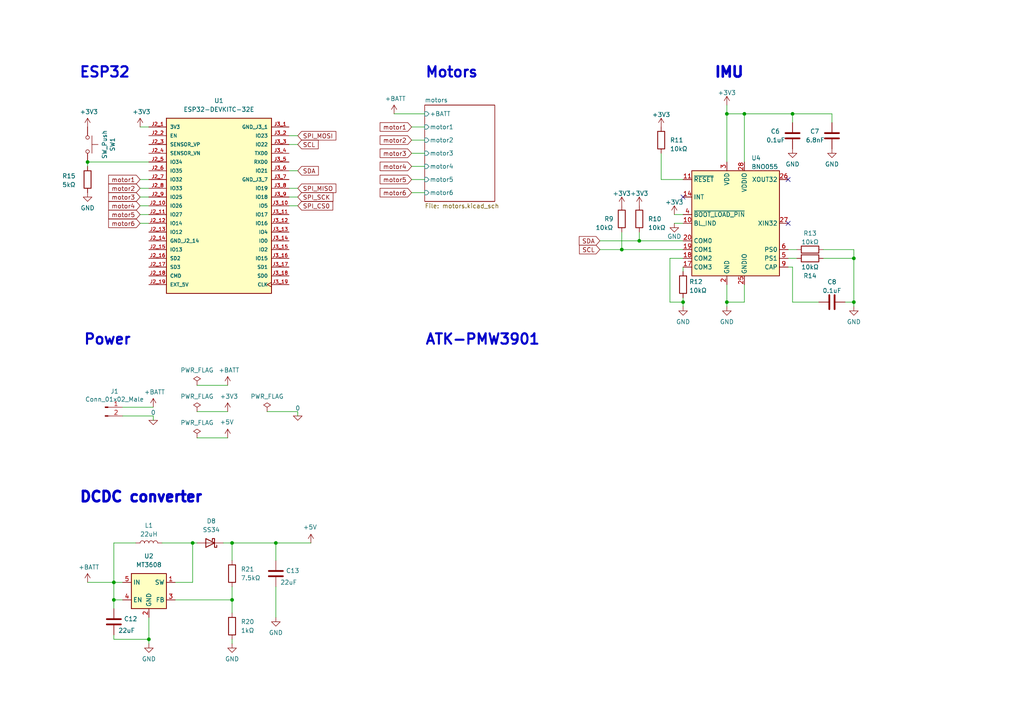
<source format=kicad_sch>
(kicad_sch (version 20231120) (generator "eeschema") (generator_version "8.0")
  (paper "A4")
  (lib_symbols
    (symbol "Device:C" (pin_numbers hide) (pin_names (offset 0.254))
      (property "Reference" "C" (at 0.635 2.54 0))
      (property "Value" "C" (at 0.635 -2.54 0))
      (symbol "C_0_1"
        (polyline (pts (xy -2.032 -0.762) (xy 2.032 -0.762)) (stroke (width 0.508)))
        (polyline (pts (xy -2.032 0.762) (xy 2.032 0.762)) (stroke (width 0.508)))
      )
      (symbol "C_1_1"
        (pin passive line (at 0 3.81 270) (length 2.794) (name "~") (number "1"))
        (pin passive line (at 0 -3.81 90) (length 2.794) (name "~") (number "2"))
      )
    )
    (symbol "Device:D_Schottky" (pin_numbers hide) (pin_names (offset 1.016) hide)
      (property "Reference" "D" (at 0 2.54 0))
      (property "Value" "D_Schottky" (at 0 -2.54 0))
      (symbol "D_Schottky_0_1"
        (polyline (pts (xy 1.27 0) (xy -1.27 0)))
        (polyline (pts (xy 1.27 1.27) (xy 1.27 -1.27) (xy -1.27 0) (xy 1.27 1.27)) (stroke (width 0.254)))
        (polyline (pts (xy -1.905 0.635) (xy -1.905 1.27) (xy -1.27 1.27) (xy -1.27 -1.27) (xy -0.635 -1.27) (xy -0.635 -0.635)) (stroke (width 0.254)))
      )
      (symbol "D_Schottky_1_1"
        (pin passive line (at -3.81 0 0) (length 2.54) (name "K") (number "1"))
        (pin passive line (at 3.81 0 180) (length 2.54) (name "A") (number "2"))
      )
    )
    (symbol "Device:L" (pin_numbers hide) (pin_names (offset 1.016) hide)
      (property "Reference" "L" (at -1.27 0 90))
      (property "Value" "L" (at 1.905 0 90))
      (symbol "L_0_1"
        (arc (start 0 -2.54) (mid 0.6323 -1.905) (end 0 -1.27))
        (arc (start 0 -1.27) (mid 0.6323 -0.635) (end 0 0))
        (arc (start 0 0) (mid 0.6323 0.635) (end 0 1.27))
        (arc (start 0 1.27) (mid 0.6323 1.905) (end 0 2.54))
      )
      (symbol "L_1_1"
        (pin passive line (at 0 3.81 270) (length 1.27) (name "1") (number "1"))
        (pin passive line (at 0 -3.81 90) (length 1.27) (name "2") (number "2"))
      )
    )
    (symbol "Device:R" (pin_numbers hide) (pin_names (offset 0))
      (property "Reference" "R" (at 2.032 0 90))
      (property "Value" "R" (at 0 0 90))
      (symbol "R_0_1"
        (rectangle (start -1.016 -2.54) (end 1.016 2.54) (stroke (width 0.254)))
      )
      (symbol "R_1_1"
        (pin passive line (at 0 3.81 270) (length 1.27) (name "~") (number "1"))
        (pin passive line (at 0 -3.81 90) (length 1.27) (name "~") (number "2"))
      )
    )
    (symbol "ESP32-DEVKITC-32E:ESP32-DEVKITC-32E" (pin_names (offset 1.016))
      (property "Reference" "U" (at -15.24 26.162 0))
      (property "Value" "ESP32-DEVKITC-32E" (at -15.24 -27.94 0))
      (symbol "ESP32-DEVKITC-32E_0_0"
        (rectangle (start -15.24 -25.4) (end 15.24 25.4) (stroke (width 0.254)) (fill (type background)))
        (pin power_in line (at -20.32 22.86 0) (length 5.08) (name "3V3") (number "J2_1"))
        (pin bidirectional line (at -20.32 0 0) (length 5.08) (name "IO26") (number "J2_10"))
        (pin bidirectional line (at -20.32 -2.54 0) (length 5.08) (name "IO27") (number "J2_11"))
        (pin bidirectional line (at -20.32 -5.08 0) (length 5.08) (name "IO14") (number "J2_12"))
        (pin bidirectional line (at -20.32 -7.62 0) (length 5.08) (name "IO12") (number "J2_13"))
        (pin power_in line (at -20.32 -10.16 0) (length 5.08) (name "GND_J2_14") (number "J2_14"))
        (pin bidirectional line (at -20.32 -12.7 0) (length 5.08) (name "IO13") (number "J2_15"))
        (pin bidirectional line (at -20.32 -15.24 0) (length 5.08) (name "SD2") (number "J2_16"))
        (pin bidirectional line (at -20.32 -17.78 0) (length 5.08) (name "SD3") (number "J2_17"))
        (pin bidirectional line (at -20.32 -20.32 0) (length 5.08) (name "CMD") (number "J2_18"))
        (pin power_in line (at -20.32 -22.86 0) (length 5.08) (name "EXT_5V") (number "J2_19"))
        (pin input line (at -20.32 20.32 0) (length 5.08) (name "EN") (number "J2_2"))
        (pin bidirectional line (at -20.32 17.78 0) (length 5.08) (name "SENSOR_VP") (number "J2_3"))
        (pin bidirectional line (at -20.32 15.24 0) (length 5.08) (name "SENSOR_VN") (number "J2_4"))
        (pin bidirectional line (at -20.32 12.7 0) (length 5.08) (name "IO34") (number "J2_5"))
        (pin bidirectional line (at -20.32 10.16 0) (length 5.08) (name "IO35") (number "J2_6"))
        (pin bidirectional line (at -20.32 7.62 0) (length 5.08) (name "IO32") (number "J2_7"))
        (pin bidirectional line (at -20.32 5.08 0) (length 5.08) (name "IO33") (number "J2_8"))
        (pin bidirectional line (at -20.32 2.54 0) (length 5.08) (name "IO25") (number "J2_9"))
        (pin power_in line (at 20.32 22.86 180) (length 5.08) (name "GND_J3_1") (number "J3_1"))
        (pin bidirectional line (at 20.32 0 180) (length 5.08) (name "IO5") (number "J3_10"))
        (pin bidirectional line (at 20.32 -2.54 180) (length 5.08) (name "IO17") (number "J3_11"))
        (pin bidirectional line (at 20.32 -5.08 180) (length 5.08) (name "IO16") (number "J3_12"))
        (pin bidirectional line (at 20.32 -7.62 180) (length 5.08) (name "IO4") (number "J3_13"))
        (pin bidirectional line (at 20.32 -10.16 180) (length 5.08) (name "IO0") (number "J3_14"))
        (pin bidirectional line (at 20.32 -12.7 180) (length 5.08) (name "IO2") (number "J3_15"))
        (pin bidirectional line (at 20.32 -15.24 180) (length 5.08) (name "IO15") (number "J3_16"))
        (pin bidirectional line (at 20.32 -17.78 180) (length 5.08) (name "SD1") (number "J3_17"))
        (pin bidirectional line (at 20.32 -20.32 180) (length 5.08) (name "SD0") (number "J3_18"))
        (pin bidirectional clock (at 20.32 -22.86 180) (length 5.08) (name "CLK") (number "J3_19"))
        (pin bidirectional line (at 20.32 20.32 180) (length 5.08) (name "IO23") (number "J3_2"))
        (pin bidirectional line (at 20.32 17.78 180) (length 5.08) (name "IO22") (number "J3_3"))
        (pin bidirectional line (at 20.32 15.24 180) (length 5.08) (name "TXD0") (number "J3_4"))
        (pin bidirectional line (at 20.32 12.7 180) (length 5.08) (name "RXD0") (number "J3_5"))
        (pin bidirectional line (at 20.32 10.16 180) (length 5.08) (name "IO21") (number "J3_6"))
        (pin power_in line (at 20.32 7.62 180) (length 5.08) (name "GND_J3_7") (number "J3_7"))
        (pin bidirectional line (at 20.32 5.08 180) (length 5.08) (name "IO19") (number "J3_8"))
        (pin bidirectional line (at 20.32 2.54 180) (length 5.08) (name "IO18") (number "J3_9"))
      )
    )
    (symbol "Regulator_Switching:MT3608"
      (property "Reference" "U" (at -2.54 8.89 0))
      (property "Value" "MT3608" (at -3.81 6.35 0))
      (symbol "MT3608_0_1"
        (rectangle (start -5.08 5.08) (end 5.08 -5.08) (stroke (width 0.254)) (fill (type background)))
      )
      (symbol "MT3608_1_1"
        (pin passive line (at 7.62 2.54 180) (length 2.54) (name "SW") (number "1"))
        (pin power_in line (at 0 -7.62 90) (length 2.54) (name "GND") (number "2"))
        (pin input line (at 7.62 -2.54 180) (length 2.54) (name "FB") (number "3"))
        (pin input line (at -7.62 -2.54 0) (length 2.54) (name "EN") (number "4"))
        (pin power_in line (at -7.62 2.54 0) (length 2.54) (name "IN") (number "5"))
        (pin no_connect line (at 5.08 0 180) (length 2.54) hide (name "NC") (number "6"))
      )
    )
    (symbol "Sensor_Motion:BNO055"
      (property "Reference" "U" (at -11.43 16.51 0))
      (property "Value" "BNO055" (at 12.7 16.51 0))
      (symbol "BNO055_0_1"
        (rectangle (start -12.7 15.24) (end 12.7 -15.24) (stroke (width 0.254)) (fill (type background)))
      )
      (symbol "BNO055_1_1"
        (pin no_connect line (at -12.7 10.16 0) (length 2.54) hide (name "PIN1") (number "1"))
        (pin output line (at -15.24 0 0) (length 2.54) (name "BL_IND") (number "10"))
        (pin input line (at -15.24 12.7 0) (length 2.54) (name "~{RESET}") (number "11"))
        (pin no_connect line (at 12.7 10.16 180) (length 2.54) hide (name "PIN12") (number "12"))
        (pin no_connect line (at 12.7 7.62 180) (length 2.54) hide (name "PIN13") (number "13"))
        (pin output line (at -15.24 7.62 0) (length 2.54) (name "INT") (number "14"))
        (pin passive line (at 2.54 -17.78 90) (length 2.54) hide (name "GNDIO") (number "15"))
        (pin passive line (at 2.54 -17.78 90) (length 2.54) hide (name "GNDIO") (number "16"))
        (pin input line (at -15.24 -12.7 0) (length 2.54) (name "COM3") (number "17"))
        (pin bidirectional line (at -15.24 -10.16 0) (length 2.54) (name "COM2") (number "18"))
        (pin bidirectional line (at -15.24 -7.62 0) (length 2.54) (name "COM1") (number "19"))
        (pin power_in line (at -2.54 -17.78 90) (length 2.54) (name "GND") (number "2"))
        (pin bidirectional line (at -15.24 -5.08 0) (length 2.54) (name "COM0") (number "20"))
        (pin no_connect line (at 12.7 5.08 180) (length 2.54) hide (name "PIN21") (number "21"))
        (pin no_connect line (at 12.7 2.54 180) (length 2.54) hide (name "PIN22") (number "22"))
        (pin no_connect line (at 12.7 -2.54 180) (length 2.54) hide (name "PIN23") (number "23"))
        (pin no_connect line (at 12.7 -5.08 180) (length 2.54) hide (name "PIN24") (number "24"))
        (pin power_in line (at 2.54 -17.78 90) (length 2.54) (name "GNDIO") (number "25"))
        (pin output line (at 15.24 12.7 180) (length 2.54) (name "XOUT32") (number "26"))
        (pin input line (at 15.24 0 180) (length 2.54) (name "XIN32") (number "27"))
        (pin power_in line (at 2.54 17.78 270) (length 2.54) (name "VDDIO") (number "28"))
        (pin power_in line (at -2.54 17.78 270) (length 2.54) (name "VDD") (number "3"))
        (pin input line (at -15.24 2.54 0) (length 2.54) (name "~{BOOT_LOAD_PIN}") (number "4"))
        (pin input line (at 15.24 -10.16 180) (length 2.54) (name "PS1") (number "5"))
        (pin input line (at 15.24 -7.62 180) (length 2.54) (name "PS0") (number "6"))
        (pin no_connect line (at -12.7 5.08 0) (length 2.54) hide (name "PIN7") (number "7"))
        (pin no_connect line (at -12.7 -2.54 0) (length 2.54) hide (name "PIN8") (number "8"))
        (pin passive line (at 15.24 -12.7 180) (length 2.54) (name "CAP") (number "9"))
      )
    )
    (symbol "Switch:SW_Push" (pin_numbers hide) (pin_names (offset 1.016) hide)
      (property "Reference" "SW" (at 1.27 2.54 0))
      (property "Value" "SW_Push" (at 0 -1.524 0))
      (symbol "SW_Push_0_1"
        (circle (center -2.032 0) (radius 0.508))
        (polyline (pts (xy 0 1.27) (xy 0 3.048)))
        (polyline (pts (xy 2.54 1.27) (xy -2.54 1.27)))
        (circle (center 2.032 0) (radius 0.508))
        (pin passive line (at -5.08 0 0) (length 2.54) (name "1") (number "1"))
        (pin passive line (at 5.08 0 180) (length 2.54) (name "2") (number "2"))
      )
    )
    (symbol "flightcontroller-rescue:+3V3-power" (power) (pin_names (offset 0))
      (property "Value" "power_+3V3" (at 0 3.556 0))
      (symbol "+3V3-power_0_1"
        (polyline (pts (xy -0.762 1.27) (xy 0 2.54)))
        (polyline (pts (xy 0 0) (xy 0 2.54)))
        (polyline (pts (xy 0 2.54) (xy 0.762 1.27)))
      )
      (symbol "+3V3-power_1_1"
        (pin power_in line (at 0 0 90) (length 0) hide (name "+3V3") (number "1"))
      )
    )
    (symbol "flightcontroller-rescue:+BATT-power" (power) (pin_names (offset 0))
      (property "Value" "power_+BATT" (at 0 3.556 0))
      (symbol "+BATT-power_0_1"
        (polyline (pts (xy -0.762 1.27) (xy 0 2.54)))
        (polyline (pts (xy 0 0) (xy 0 2.54)))
        (polyline (pts (xy 0 2.54) (xy 0.762 1.27)))
      )
      (symbol "+BATT-power_1_1"
        (pin power_in line (at 0 0 90) (length 0) hide (name "+BATT") (number "1"))
      )
    )
    (symbol "flightcontroller-rescue:0-pspice" (power) (pin_names (offset 0))
      (property "Value" "pspice_0" (at 0 -1.778 0))
      (symbol "0-pspice_0_1"
        (polyline (pts (xy -1.27 0) (xy 0 -1.27) (xy 1.27 0) (xy -1.27 0)))
      )
      (symbol "0-pspice_1_1"
        (pin power_in line (at 0 0 0) (length 0) hide (name "0") (number "1"))
      )
    )
    (symbol "flightcontroller-rescue:Conn_01x02_Male-Connector" (pin_names (offset 1.016) hide)
      (property "Reference" "J" (at 0 2.54 0))
      (property "Value" "Connector_Conn_01x02_Male" (at 0 -5.08 0))
      (symbol "Conn_01x02_Male-Connector_1_1"
        (polyline (pts (xy 1.27 -2.54) (xy 0.8636 -2.54)) (stroke (width 0.1524)))
        (polyline (pts (xy 1.27 0) (xy 0.8636 0)) (stroke (width 0.1524)))
        (rectangle (start 0.8636 -2.413) (end 0 -2.667) (stroke (width 0.1524)) (fill (type outline)))
        (rectangle (start 0.8636 0.127) (end 0 -0.127) (stroke (width 0.1524)) (fill (type outline)))
        (pin passive line (at 5.08 0 180) (length 3.81) (name "Pin_1") (number "1"))
        (pin passive line (at 5.08 -2.54 180) (length 3.81) (name "Pin_2") (number "2"))
      )
    )
    (symbol "flightcontroller-rescue:PWR_FLAG-power" (power) (pin_numbers hide) (pin_names (offset 0) hide)
      (property "Value" "power_PWR_FLAG" (at 0 3.81 0))
      (symbol "PWR_FLAG-power_0_0"
        (pin power_out line (at 0 0 90) (length 0) (name "pwr") (number "1"))
      )
      (symbol "PWR_FLAG-power_0_1"
        (polyline (pts (xy 0 0) (xy 0 1.27) (xy -1.016 1.905) (xy 0 2.54) (xy 1.016 1.905) (xy 0 1.27)))
      )
    )
    (symbol "power:+3V3" (power) (pin_names (offset 0))
      (property "Value" "+3V3" (at 0 3.556 0))
      (symbol "+3V3_0_1"
        (polyline (pts (xy -0.762 1.27) (xy 0 2.54)))
        (polyline (pts (xy 0 0) (xy 0 2.54)))
        (polyline (pts (xy 0 2.54) (xy 0.762 1.27)))
      )
      (symbol "+3V3_1_1"
        (pin power_in line (at 0 0 90) (length 0) hide (name "+3V3") (number "1"))
      )
    )
    (symbol "power:+5V" (power) (pin_numbers hide) (pin_names (offset 0) hide)
      (property "Value" "+5V" (at 0 3.556 0))
      (symbol "+5V_0_1"
        (polyline (pts (xy -0.762 1.27) (xy 0 2.54)))
        (polyline (pts (xy 0 0) (xy 0 2.54)))
        (polyline (pts (xy 0 2.54) (xy 0.762 1.27)))
      )
      (symbol "+5V_1_1"
        (pin power_in line (at 0 0 90) (length 0) (name "~") (number "1"))
      )
    )
    (symbol "power:GND" (power) (pin_names (offset 0))
      (property "Value" "GND" (at 0 -3.81 0))
      (symbol "GND_0_1"
        (polyline (pts (xy 0 0) (xy 0 -1.27) (xy 1.27 -1.27) (xy 0 -2.54) (xy -1.27 -1.27) (xy 0 -1.27)))
      )
      (symbol "GND_1_1"
        (pin power_in line (at 0 0 270) (length 0) hide (name "GND") (number "1"))
      )
    )
  )
  (junction (at 210.82 87.63))
  (junction (at 198.12 87.63))
  (junction (at 67.31 173.99))
  (junction (at 210.82 33.02))
  (junction (at 185.42 69.85))
  (junction (at 229.87 33.02))
  (junction (at 180.34 72.39))
  (junction (at 215.9 33.02))
  (junction (at 25.4 46.99))
  (junction (at 33.02 173.99))
  (junction (at 67.31 157.48))
  (junction (at 43.18 185.42))
  (junction (at 247.65 74.93))
  (junction (at 33.02 168.91))
  (junction (at 55.88 157.48))
  (junction (at 80.01 157.48))
  (junction (at 247.65 87.63))
  (no_connect (at 228.6 52.07))
  (no_connect (at 228.6 64.77))
  (no_connect (at 198.12 57.15))
  (wire (pts (xy 229.87 33.02) (xy 241.3 33.02)))
  (wire (pts (xy 33.02 173.99) (xy 33.02 168.91)))
  (wire (pts (xy 40.64 64.77) (xy 43.18 64.77)))
  (wire (pts (xy 40.64 59.69) (xy 43.18 59.69)))
  (wire (pts (xy 40.64 52.07) (xy 43.18 52.07)))
  (wire (pts (xy 210.82 82.55) (xy 210.82 87.63)))
  (wire (pts (xy 215.9 82.55) (xy 215.9 87.63)))
  (wire (pts (xy 198.12 78.74) (xy 198.12 77.47)))
  (wire (pts (xy 228.6 72.39) (xy 231.14 72.39)))
  (wire (pts (xy 33.02 185.42) (xy 43.18 185.42)))
  (wire (pts (xy 57.15 157.48) (xy 55.88 157.48)))
  (wire (pts (xy 80.01 157.48) (xy 67.31 157.48)))
  (wire (pts (xy 198.12 86.36) (xy 198.12 87.63)))
  (wire (pts (xy 198.12 52.07) (xy 191.77 52.07)))
  (wire (pts (xy 55.88 168.91) (xy 55.88 157.48)))
  (wire (pts (xy 35.56 120.65) (xy 44.45 120.65)))
  (wire (pts (xy 25.4 168.91) (xy 33.02 168.91)))
  (wire (pts (xy 39.37 157.48) (xy 33.02 157.48)))
  (wire (pts (xy 67.31 157.48) (xy 67.31 162.56)))
  (wire (pts (xy 86.36 39.37) (xy 83.82 39.37)))
  (wire (pts (xy 55.88 157.48) (xy 46.99 157.48)))
  (wire (pts (xy 33.02 157.48) (xy 33.02 168.91)))
  (wire (pts (xy 35.56 173.99) (xy 33.02 173.99)))
  (wire (pts (xy 215.9 33.02) (xy 210.82 33.02)))
  (wire (pts (xy 119.38 48.26) (xy 123.19 48.26)))
  (wire (pts (xy 35.56 118.11) (xy 44.45 118.11)))
  (wire (pts (xy 40.64 62.23) (xy 43.18 62.23)))
  (wire (pts (xy 195.58 62.23) (xy 198.12 62.23)))
  (wire (pts (xy 80.01 179.07) (xy 80.01 170.18)))
  (wire (pts (xy 247.65 74.93) (xy 247.65 72.39)))
  (wire (pts (xy 67.31 186.69) (xy 67.31 185.42)))
  (wire (pts (xy 228.6 77.47) (xy 229.87 77.47)))
  (wire (pts (xy 43.18 186.69) (xy 43.18 185.42)))
  (wire (pts (xy 90.17 157.48) (xy 80.01 157.48)))
  (wire (pts (xy 119.38 40.64) (xy 123.19 40.64)))
  (wire (pts (xy 64.77 157.48) (xy 67.31 157.48)))
  (wire (pts (xy 229.87 77.47) (xy 229.87 87.63)))
  (wire (pts (xy 241.3 35.56) (xy 241.3 33.02)))
  (wire (pts (xy 33.02 184.15) (xy 33.02 185.42)))
  (wire (pts (xy 195.58 64.77) (xy 198.12 64.77)))
  (wire (pts (xy 86.36 119.38) (xy 86.36 120.65)))
  (wire (pts (xy 50.8 168.91) (xy 55.88 168.91)))
  (wire (pts (xy 25.4 48.26) (xy 25.4 46.99)))
  (wire (pts (xy 119.38 36.83) (xy 123.19 36.83)))
  (wire (pts (xy 194.31 87.63) (xy 198.12 87.63)))
  (wire (pts (xy 57.15 111.76) (xy 66.04 111.76)))
  (wire (pts (xy 44.45 120.65) (xy 44.45 121.92)))
  (wire (pts (xy 173.99 69.85) (xy 185.42 69.85)))
  (wire (pts (xy 247.65 88.9) (xy 247.65 87.63)))
  (wire (pts (xy 185.42 69.85) (xy 198.12 69.85)))
  (wire (pts (xy 119.38 44.45) (xy 123.19 44.45)))
  (wire (pts (xy 210.82 33.02) (xy 210.82 46.99)))
  (wire (pts (xy 198.12 88.9) (xy 198.12 87.63)))
  (wire (pts (xy 43.18 185.42) (xy 43.18 179.07)))
  (wire (pts (xy 67.31 173.99) (xy 67.31 177.8)))
  (wire (pts (xy 77.47 119.38) (xy 86.36 119.38)))
  (wire (pts (xy 180.34 67.31) (xy 180.34 72.39)))
  (wire (pts (xy 245.11 87.63) (xy 247.65 87.63)))
  (wire (pts (xy 86.36 54.61) (xy 83.82 54.61)))
  (wire (pts (xy 40.64 36.83) (xy 43.18 36.83)))
  (wire (pts (xy 114.3 33.02) (xy 123.19 33.02)))
  (wire (pts (xy 210.82 88.9) (xy 210.82 87.63)))
  (wire (pts (xy 67.31 170.18) (xy 67.31 173.99)))
  (wire (pts (xy 57.15 127) (xy 66.04 127)))
  (wire (pts (xy 180.34 72.39) (xy 198.12 72.39)))
  (wire (pts (xy 194.31 74.93) (xy 194.31 87.63)))
  (wire (pts (xy 50.8 173.99) (xy 67.31 173.99)))
  (wire (pts (xy 40.64 54.61) (xy 43.18 54.61)))
  (wire (pts (xy 119.38 52.07) (xy 123.19 52.07)))
  (wire (pts (xy 215.9 33.02) (xy 229.87 33.02)))
  (wire (pts (xy 247.65 74.93) (xy 247.65 87.63)))
  (wire (pts (xy 86.36 41.91) (xy 83.82 41.91)))
  (wire (pts (xy 238.76 72.39) (xy 247.65 72.39)))
  (wire (pts (xy 86.36 59.69) (xy 83.82 59.69)))
  (wire (pts (xy 33.02 176.53) (xy 33.02 173.99)))
  (wire (pts (xy 198.12 74.93) (xy 194.31 74.93)))
  (wire (pts (xy 66.04 119.38) (xy 57.15 119.38)))
  (wire (pts (xy 86.36 49.53) (xy 83.82 49.53)))
  (wire (pts (xy 86.36 57.15) (xy 83.82 57.15)))
  (wire (pts (xy 229.87 33.02) (xy 229.87 35.56)))
  (wire (pts (xy 237.49 87.63) (xy 229.87 87.63)))
  (wire (pts (xy 228.6 74.93) (xy 231.14 74.93)))
  (wire (pts (xy 238.76 74.93) (xy 247.65 74.93)))
  (wire (pts (xy 215.9 33.02) (xy 215.9 46.99)))
  (wire (pts (xy 173.99 72.39) (xy 180.34 72.39)))
  (wire (pts (xy 25.4 46.99) (xy 43.18 46.99)))
  (wire (pts (xy 119.38 55.88) (xy 123.19 55.88)))
  (wire (pts (xy 40.64 57.15) (xy 43.18 57.15)))
  (wire (pts (xy 210.82 30.48) (xy 210.82 33.02)))
  (wire (pts (xy 185.42 67.31) (xy 185.42 69.85)))
  (wire (pts (xy 215.9 87.63) (xy 210.82 87.63)))
  (wire (pts (xy 80.01 157.48) (xy 80.01 162.56)))
  (wire (pts (xy 191.77 44.45) (xy 191.77 52.07)))
  (wire (pts (xy 33.02 168.91) (xy 35.56 168.91)))
  (text "Motors" (at 123.19 22.86 0) (effects (font (size 2.9972 2.9972) (thickness 0.5994) (bold yes)) (justify left bottom)))
  (text "DCDC converter" (at 22.86 146.05 0) (effects (font (size 3 3) (thickness 1) (bold yes)) (justify left bottom)))
  (text "Power" (at 24.13 100.33 0) (effects (font (size 2.9972 2.9972) (thickness 0.5994) (bold yes)) (justify left bottom)))
  (text "ATK-PMW3901" (at 123.19 100.33 0) (effects (font (size 2.9972 2.9972) (thickness 0.5994) (bold yes)) (justify left bottom)))
  (text "ESP32" (at 22.86 22.86 0) (effects (font (size 2.9972 2.9972) (thickness 0.5994) (bold yes)) (justify left bottom)))
  (text "IMU" (at 207.01 22.86 0) (effects (font (size 3 3) (thickness 1) (bold yes)) (justify left bottom)))
  (global_label "SPI_SCK" (shape input) (at 86.36 57.15 0) (property "Intersheetrefs" "${INTERSHEET_REFS}" (effects (hide yes))))
  (global_label "motor5" (shape input) (at 119.38 52.07 180) (property "Intersheetrefs" "${INTERSHEET_REFS}" (effects (hide yes))))
  (global_label "motor3" (shape input) (at 119.38 44.45 180) (property "Intersheetrefs" "${INTERSHEET_REFS}" (effects (hide yes))))
  (global_label "motor5" (shape input) (at 40.64 62.23 180) (property "Intersheetrefs" "${INTERSHEET_REFS}" (effects (hide yes))))
  (global_label "motor1" (shape input) (at 40.64 52.07 180) (property "Intersheetrefs" "${INTERSHEET_REFS}" (effects (hide yes))))
  (global_label "motor1" (shape input) (at 119.38 36.83 180) (property "Intersheetrefs" "${INTERSHEET_REFS}" (effects (hide yes))))
  (global_label "motor6" (shape input) (at 119.38 55.88 180) (property "Intersheetrefs" "${INTERSHEET_REFS}" (effects (hide yes))))
  (global_label "SDA" (shape input) (at 86.36 49.53 0) (property "Intersheetrefs" "${INTERSHEET_REFS}" (effects (hide yes))))
  (global_label "SCL" (shape input) (at 173.99 72.39 180) (property "Intersheetrefs" "${INTERSHEET_REFS}" (effects (hide yes))))
  (global_label "motor3" (shape input) (at 40.64 57.15 180) (property "Intersheetrefs" "${INTERSHEET_REFS}" (effects (hide yes))))
  (global_label "SPI_CS0" (shape input) (at 86.36 59.69 0) (property "Intersheetrefs" "${INTERSHEET_REFS}" (effects (hide yes))))
  (global_label "SCL" (shape input) (at 86.36 41.91 0) (property "Intersheetrefs" "${INTERSHEET_REFS}" (effects (hide yes))))
  (global_label "motor2" (shape input) (at 40.64 54.61 180) (property "Intersheetrefs" "${INTERSHEET_REFS}" (effects (hide yes))))
  (global_label "SPI_MISO" (shape input) (at 86.36 54.61 0) (property "Intersheetrefs" "${INTERSHEET_REFS}" (effects (hide yes))))
  (global_label "SPI_MOSI" (shape input) (at 86.36 39.37 0) (property "Intersheetrefs" "${INTERSHEET_REFS}" (effects (hide yes))))
  (global_label "motor4" (shape input) (at 119.38 48.26 180) (property "Intersheetrefs" "${INTERSHEET_REFS}" (effects (hide yes))))
  (global_label "motor4" (shape input) (at 40.64 59.69 180) (property "Intersheetrefs" "${INTERSHEET_REFS}" (effects (hide yes))))
  (global_label "motor6" (shape input) (at 40.64 64.77 180) (property "Intersheetrefs" "${INTERSHEET_REFS}" (effects (hide yes))))
  (global_label "SDA" (shape input) (at 173.99 69.85 180) (property "Intersheetrefs" "${INTERSHEET_REFS}" (effects (hide yes))))
  (global_label "motor2" (shape input) (at 119.38 40.64 180) (property "Intersheetrefs" "${INTERSHEET_REFS}" (effects (hide yes))))
  (symbol (lib_id "Device:R") (at 198.12 82.55 180) (unit 1)
    (property "Reference" "R12" (at 199.898 81.7153 0) (effects (justify right)))
    (property "Value" "10kΩ" (at 199.898 84.2522 0) (effects (justify right)))
    (property "Footprint" "Resistor_SMD:R_0603_1608Metric" (effects (hide yes)))
    (property "Vendor" "https://www.mouser.jp/ProductDetail/Vishay-Beyschlag/MCT06030D1002BP500?qs=ncxkyCpAYDAJSzgYSRSsnA%3D%3D" (effects (hide yes)))
  )
  (symbol (lib_id "power:GND") (at 43.18 186.69 0) (unit 1)
    (property "Reference" "#PWR08" (effects (hide yes)))
    (property "Value" "GND" (at 43.18 191.1334 0))
  )
  (symbol (lib_id "flightcontroller-rescue:PWR_FLAG-power") (at 57.15 111.76 0) (unit 1)
    (property "Reference" "#FLG01" (effects (hide yes)))
    (property "Value" "PWR_FLAG" (at 57.15 107.3658 0))
  )
  (symbol (lib_id "power:+5V") (at 90.17 157.48 0) (unit 1)
    (property "Reference" "#PWR012" (effects (hide yes)))
    (property "Value" "+5V" (at 89.916 152.908 0))
    (property "Description" "Power symbol creates a global label with name \"+5V\"" (effects (hide yes)))
  )
  (symbol (lib_id "flightcontroller-rescue:Conn_01x02_Male-Connector") (at 30.48 118.11 0) (unit 1)
    (property "Reference" "J1" (at 33.2232 113.5126 0))
    (property "Value" "Conn_01x02_Male" (at 33.2232 115.824 0))
    (property "Footprint" "Connector_PinHeader_2.54mm:PinHeader_1x02_P2.54mm_Vertical" (effects (hide yes)))
  )
  (symbol (lib_id "power:GND") (at 198.12 88.9 0) (unit 1)
    (property "Reference" "#PWR019" (effects (hide yes)))
    (property "Value" "GND" (at 198.12 93.3434 0))
  )
  (symbol (lib_id "Sensor_Motion:BNO055") (at 213.36 64.77 0) (unit 1)
    (property "Reference" "U4" (at 217.9194 45.8302 0) (effects (justify left)))
    (property "Value" "BNO055" (at 217.9194 48.3671 0) (effects (justify left)))
    (property "Footprint" "Package_LGA:LGA-28_5.2x3.8mm_P0.5mm" (effects (hide yes)))
    (property "Datasheet" "https://ae-bst.resource.bosch.com/media/_tech/media/datasheets/BST_BNO055_DS000_14.pdf" (effects (hide yes)))
    (property "Vendor" "https://www.mouser.jp/ProductDetail/Bosch-Sensortec/BNO055?qs=QhAb4EtQfbV8Z2YmISucWw%3D%3D" (effects (hide yes)))
  )
  (symbol (lib_id "flightcontroller-rescue:PWR_FLAG-power") (at 57.15 119.38 0) (unit 1)
    (property "Reference" "#FLG03" (effects (hide yes)))
    (property "Value" "PWR_FLAG" (at 57.15 114.9858 0))
  )
  (symbol (lib_id "power:+5V") (at 66.04 127 0) (unit 1)
    (property "Reference" "#PWR011" (effects (hide yes)))
    (property "Value" "+5V" (at 65.786 122.428 0))
    (property "Description" "Power symbol creates a global label with name \"+5V\"" (effects (hide yes)))
  )
  (symbol (lib_id "power:GND") (at 229.87 43.18 0) (unit 1)
    (property "Reference" "#PWR022" (effects (hide yes)))
    (property "Value" "GND" (at 229.87 47.6234 0))
  )
  (symbol (lib_id "power:GND") (at 210.82 88.9 0) (unit 1)
    (property "Reference" "#PWR021" (effects (hide yes)))
    (property "Value" "GND" (at 210.82 93.3434 0))
  )
  (symbol (lib_id "Device:R") (at 25.4 52.07 180) (unit 1)
    (property "Reference" "R15" (at 18.034 51.054 0) (effects (justify right)))
    (property "Value" "5kΩ" (at 18.034 53.594 0) (effects (justify right)))
    (property "Footprint" "Resistor_SMD:R_0603_1608Metric" (effects (hide yes)))
    (property "Vendor" "https://www.mouser.jp/ProductDetail/Vishay-Dale/CRCW0603147RFKTA?qs=sGAEpiMZZMtlubZbdhIBIFhyVsDsW4rVsTDNpacpLcg%3D" (effects (hide yes)))
  )
  (symbol (lib_id "flightcontroller-rescue:+3V3-power") (at 40.64 36.83 0) (unit 1)
    (property "Reference" "#PWR03" (effects (hide yes)))
    (property "Value" "+3V3" (at 41.021 32.4358 0))
  )
  (symbol (lib_id "Device:C") (at 80.01 166.37 0) (unit 1)
    (property "Reference" "C13" (at 82.931 165.5353 0) (effects (justify left)))
    (property "Value" "22uF" (at 81.28 168.91 0) (effects (justify left)))
    (property "Footprint" "Capacitor_SMD:C_0603_1608Metric" (effects (hide yes)))
    (property "Datasheet" "https://www.mouser.jp/datasheet/2/40/cx5r_KGM-3223198.pdf" (effects (hide yes)))
    (property "Vendor" "https://www.mouser.jp/ProductDetail/KYOCERA-AVX/0603ZW106MAT2A?qs=BZBei1rCqCDILT8BMORbpw%3D%3D" (effects (hide yes)))
  )
  (symbol (lib_id "power:+3V3") (at 185.42 59.69 0) (unit 1)
    (property "Reference" "#PWR015" (effects (hide yes)))
    (property "Value" "+3V3" (at 185.42 56.1142 0))
  )
  (symbol (lib_id "Device:D_Schottky") (at 60.96 157.48 180) (unit 1)
    (property "Reference" "D8" (at 61.2775 151.13 0))
    (property "Value" "SS34" (at 61.2775 153.67 0))
    (property "Footprint" "Diode_SMD:D_SMC" (effects (hide yes)))
    (property "Datasheet" "https://www.onsemi.com/download/data-sheet/pdf/ss39-d.pdf" (effects (hide yes)))
    (property "Description" "Schottky diode" (effects (hide yes)))
  )
  (symbol (lib_id "flightcontroller-rescue:+BATT-power") (at 114.3 33.02 0) (unit 1)
    (property "Reference" "#PWR02" (effects (hide yes)))
    (property "Value" "+BATT" (at 114.681 28.6258 0))
  )
  (symbol (lib_id "power:GND") (at 80.01 179.07 0) (unit 1)
    (property "Reference" "#PWR010" (effects (hide yes)))
    (property "Value" "GND" (at 80.01 183.5134 0))
  )
  (symbol (lib_id "flightcontroller-rescue:0-pspice") (at 44.45 121.92 0) (unit 1)
    (property "Reference" "#GND02" (effects (hide yes)))
    (property "Value" "0" (at 44.45 119.6594 0))
  )
  (symbol (lib_id "flightcontroller-rescue:PWR_FLAG-power") (at 77.47 119.38 0) (unit 1)
    (property "Reference" "#FLG04" (effects (hide yes)))
    (property "Value" "PWR_FLAG" (at 77.47 114.9858 0))
  )
  (symbol (lib_id "flightcontroller-rescue:+BATT-power") (at 44.45 118.11 0) (unit 1)
    (property "Reference" "#PWR01" (effects (hide yes)))
    (property "Value" "+BATT" (at 44.831 113.7158 0))
  )
  (symbol (lib_id "power:GND") (at 241.3 43.18 0) (unit 1)
    (property "Reference" "#PWR023" (effects (hide yes)))
    (property "Value" "GND" (at 241.3 47.6234 0))
  )
  (symbol (lib_id "Device:R") (at 67.31 181.61 180) (unit 1)
    (property "Reference" "R20" (at 69.85 180.3399 0) (effects (justify right)))
    (property "Value" "1kΩ" (at 69.85 182.8799 0) (effects (justify right)))
    (property "Footprint" "Resistor_SMD:R_0603_1608Metric" (effects (hide yes)))
    (property "Vendor" "https://www.mouser.jp/ProductDetail/Vishay-Dale/CRCW0603147RFKTA?qs=sGAEpiMZZMtlubZbdhIBIFhyVsDsW4rVsTDNpacpLcg%3D" (effects (hide yes)))
  )
  (symbol (lib_id "Switch:SW_Push") (at 25.4 41.91 270) (unit 1)
    (property "Reference" "SW1" (at 32.639 41.91 0))
    (property "Value" "SW_Push" (at 30.3276 41.91 0))
    (property "Footprint" "Button_Switch_THT:SW_PUSH_6mm_H5mm" (effects (hide yes)))
  )
  (symbol (lib_id "flightcontroller-rescue:+BATT-power") (at 66.04 111.76 0) (unit 1)
    (property "Reference" "#PWR05" (effects (hide yes)))
    (property "Value" "+BATT" (at 66.421 107.3658 0))
  )
  (symbol (lib_id "Device:C") (at 229.87 39.37 180) (unit 1)
    (property "Reference" "C6" (at 223.52 38.1 0) (effects (justify right)))
    (property "Value" "0.1uF" (at 222.25 40.64 0) (effects (justify right)))
    (property "Footprint" "Capacitor_SMD:C_0603_1608Metric" (effects (hide yes)))
    (property "Vendor" "https://www.mouser.jp/ProductDetail/KYOCERA-AVX/KAM15AR71C104KM?qs=Jm2GQyTW%2FbjvjfiJhcHTCg%3D%3D" (effects (hide yes)))
  )
  (symbol (lib_id "power:+3V3") (at 195.58 62.23 0) (unit 1)
    (property "Reference" "#PWR017" (effects (hide yes)))
    (property "Value" "+3V3" (at 195.58 58.6542 0))
  )
  (symbol (lib_id "power:+3V3") (at 191.77 36.83 0) (unit 1)
    (property "Reference" "#PWR016" (effects (hide yes)))
    (property "Value" "+3V3" (at 191.77 33.2542 0))
  )
  (symbol (lib_id "Device:C") (at 33.02 180.34 0) (unit 1)
    (property "Reference" "C12" (at 35.941 179.5053 0) (effects (justify left)))
    (property "Value" "22uF" (at 34.29 182.88 0) (effects (justify left)))
    (property "Footprint" "Capacitor_SMD:C_0603_1608Metric" (effects (hide yes)))
    (property "Datasheet" "https://www.mouser.jp/datasheet/2/40/cx5r_KGM-3223198.pdf" (effects (hide yes)))
    (property "Vendor" "https://www.mouser.jp/ProductDetail/KYOCERA-AVX/0603ZW106MAT2A?qs=BZBei1rCqCDILT8BMORbpw%3D%3D" (effects (hide yes)))
  )
  (symbol (lib_id "power:+3V3") (at 180.34 59.69 0) (unit 1)
    (property "Reference" "#PWR014" (effects (hide yes)))
    (property "Value" "+3V3" (at 180.34 56.1142 0))
  )
  (symbol (lib_id "flightcontroller-rescue:0-pspice") (at 86.36 120.65 0) (unit 1)
    (property "Reference" "#GND05" (effects (hide yes)))
    (property "Value" "0" (at 86.36 118.3894 0))
  )
  (symbol (lib_id "Device:R") (at 180.34 63.5 180) (unit 1)
    (property "Reference" "R9" (at 175.26 63.5 0) (effects (justify right)))
    (property "Value" "10kΩ" (at 172.72 66.04 0) (effects (justify right)))
    (property "Footprint" "Resistor_SMD:R_0603_1608Metric" (effects (hide yes)))
    (property "Vendor" "https://www.mouser.jp/ProductDetail/Vishay-Beyschlag/MCT06030D1002BP500?qs=ncxkyCpAYDAJSzgYSRSsnA%3D%3D" (effects (hide yes)))
  )
  (symbol (lib_id "power:+3V3") (at 210.82 30.48 0) (unit 1)
    (property "Reference" "#PWR020" (effects (hide yes)))
    (property "Value" "+3V3" (at 210.82 26.9042 0))
  )
  (symbol (lib_id "flightcontroller-rescue:+3V3-power") (at 66.04 119.38 0) (unit 1)
    (property "Reference" "#PWR07" (effects (hide yes)))
    (property "Value" "+3V3" (at 66.421 114.9858 0))
  )
  (symbol (lib_id "power:GND") (at 25.4 55.88 0) (unit 1)
    (property "Reference" "#PWR04" (effects (hide yes)))
    (property "Value" "GND" (at 25.4 60.3234 0))
  )
  (symbol (lib_id "Device:R") (at 191.77 40.64 180) (unit 1)
    (property "Reference" "R11" (at 194.31 40.64 0) (effects (justify right)))
    (property "Value" "10kΩ" (at 194.31 43.1769 0) (effects (justify right)))
    (property "Footprint" "Resistor_SMD:R_0603_1608Metric" (effects (hide yes)))
    (property "Vendor" "https://www.mouser.jp/ProductDetail/Vishay-Beyschlag/MCT06030D1002BP500?qs=ncxkyCpAYDAJSzgYSRSsnA%3D%3D" (effects (hide yes)))
  )
  (symbol (lib_id "Device:R") (at 234.95 74.93 90) (unit 1)
    (property "Reference" "R14" (at 234.95 80.01 90))
    (property "Value" "10kΩ" (at 234.95 77.47 90))
    (property "Footprint" "Resistor_SMD:R_0603_1608Metric" (effects (hide yes)))
    (property "Vendor" "https://www.mouser.jp/ProductDetail/Vishay-Beyschlag/MCT06030D1002BP500?qs=ncxkyCpAYDAJSzgYSRSsnA%3D%3D" (effects (hide yes)))
  )
  (symbol (lib_id "Device:R") (at 234.95 72.39 90) (unit 1)
    (property "Reference" "R13" (at 234.95 67.6742 90))
    (property "Value" "10kΩ" (at 234.95 70.2111 90))
    (property "Footprint" "Resistor_SMD:R_0603_1608Metric" (effects (hide yes)))
    (property "Vendor" "https://www.mouser.jp/ProductDetail/Vishay-Beyschlag/MCT06030D1002BP500?qs=ncxkyCpAYDAJSzgYSRSsnA%3D%3D" (effects (hide yes)))
  )
  (symbol (lib_id "Regulator_Switching:MT3608") (at 43.18 171.45 0) (unit 1)
    (property "Reference" "U2" (at 43.18 161.29 0))
    (property "Value" "MT3608" (at 43.18 163.83 0))
    (property "Footprint" "Package_TO_SOT_SMD:SOT-23-6" (effects (hide yes)))
    (property "Datasheet" "https://www.olimex.com/Products/Breadboarding/BB-PWR-3608/resources/MT3608.pdf" (effects (hide yes)))
    (property "Description" "High Efficiency 1.2MHz 2A Step Up Converter, 2-24V Vin, 28V Vout, 4A current limit, 1.2MHz, SOT23-6" (effects (hide yes)))
  )
  (symbol (lib_id "power:GND") (at 247.65 88.9 0) (unit 1)
    (property "Reference" "#PWR024" (effects (hide yes)))
    (property "Value" "GND" (at 247.65 93.3434 0))
  )
  (symbol (lib_id "flightcontroller-rescue:+3V3-power") (at 25.4 36.83 0) (unit 1)
    (property "Reference" "#PWR013" (effects (hide yes)))
    (property "Value" "+3V3" (at 25.781 32.4358 0))
  )
  (symbol (lib_id "power:GND") (at 67.31 186.69 0) (unit 1)
    (property "Reference" "#PWR09" (effects (hide yes)))
    (property "Value" "GND" (at 67.31 191.1334 0))
  )
  (symbol (lib_id "Device:R") (at 185.42 63.5 180) (unit 1)
    (property "Reference" "R10" (at 187.96 63.5 0) (effects (justify right)))
    (property "Value" "10kΩ" (at 187.96 66.0369 0) (effects (justify right)))
    (property "Footprint" "Resistor_SMD:R_0603_1608Metric" (effects (hide yes)))
    (property "Vendor" "https://www.mouser.jp/ProductDetail/Vishay-Beyschlag/MCT06030D1002BP500?qs=ncxkyCpAYDAJSzgYSRSsnA%3D%3D" (effects (hide yes)))
  )
  (symbol (lib_id "ESP32-DEVKITC-32E:ESP32-DEVKITC-32E") (at 63.5 59.69 0) (unit 1)
    (property "Reference" "U1" (at 63.5 29.21 0))
    (property "Value" "ESP32-DEVKITC-32E" (at 63.5 31.75 0))
    (property "Footprint" "ESP32-DEVKITC-32E:MODULE_ESP32-DEVKITC-32E" (effects (hide yes)))
    (property "PARTREV" "1.4" (effects (hide yes)))
    (property "STANDARD" "Manufacturer Recommendations" (effects (hide yes)))
    (property "MANUFACTURER" "Espressif Systems" (effects (hide yes)))
  )
  (symbol (lib_id "Device:C") (at 241.3 87.63 90) (unit 1)
    (property "Reference" "C8" (at 241.3 81.7712 90))
    (property "Value" "0.1uF" (at 241.3 84.3081 90))
    (property "Footprint" "Capacitor_SMD:C_0603_1608Metric" (effects (hide yes)))
    (property "Vendor" "https://www.mouser.jp/ProductDetail/KYOCERA-AVX/KAM15AR71C104KM?qs=Jm2GQyTW%2FbjvjfiJhcHTCg%3D%3D" (effects (hide yes)))
  )
  (symbol (lib_id "Device:R") (at 67.31 166.37 180) (unit 1)
    (property "Reference" "R21" (at 69.85 165.0999 0) (effects (justify right)))
    (property "Value" "7.5kΩ" (at 69.85 167.6399 0) (effects (justify right)))
    (property "Footprint" "Resistor_SMD:R_0603_1608Metric" (effects (hide yes)))
    (property "Vendor" "https://www.mouser.jp/ProductDetail/Vishay-Dale/CRCW0603147RFKTA?qs=sGAEpiMZZMtlubZbdhIBIFhyVsDsW4rVsTDNpacpLcg%3D" (effects (hide yes)))
  )
  (symbol (lib_id "power:GND") (at 195.58 64.77 0) (unit 1)
    (property "Reference" "#PWR018" (effects (hide yes)))
    (property "Value" "GND" (at 195.58 68.58 0))
  )
  (symbol (lib_id "Device:C") (at 241.3 39.37 180) (unit 1)
    (property "Reference" "C7" (at 234.95 38.1 0) (effects (justify right)))
    (property "Value" "6.8nF" (at 233.68 40.64 0) (effects (justify right)))
    (property "Footprint" "Capacitor_SMD:C_0603_1608Metric" (effects (hide yes)))
    (property "Vendor" "https://www.mouser.jp/ProductDetail/Vishay-Vitramon/VJ0603Y682KXBAC31X?qs=sGAEpiMZZMsh%252B1woXyUXj5b5vGCCHxb%252B3J6Quj9FcJg%3D" (effects (hide yes)))
  )
  (symbol (lib_id "Device:L") (at 43.18 157.48 90) (unit 1)
    (property "Reference" "L1" (at 43.18 152.4 90))
    (property "Value" "22uH" (at 43.18 154.94 90))
    (property "Footprint" "Inductor_SMD:L_Vishay_IHLP-2020" (effects (hide yes)))
    (property "Datasheet" "https://www.vishay.com/docs/34384/lp20cz5a.pdf" (effects (hide yes)))
    (property "Description" "Inductor" (effects (hide yes)))
  )
  (symbol (lib_id "flightcontroller-rescue:+BATT-power") (at 25.4 168.91 0) (unit 1)
    (property "Reference" "#PWR06" (effects (hide yes)))
    (property "Value" "+BATT" (at 25.781 164.5158 0))
  )
  (symbol (lib_id "flightcontroller-rescue:PWR_FLAG-power") (at 57.15 127 0) (unit 1)
    (property "Reference" "#FLG02" (effects (hide yes)))
    (property "Value" "PWR_FLAG" (at 57.15 122.6058 0))
  )
  (sheet (at 123.19 30.48) (size 20.32 27.94) (stroke (width 0.1524))
    (property "Sheetname" "motors" (at 123.19 29.7684 0) (effects (justify left bottom)))
    (property "Sheetfile" "motors.kicad_sch" (at 123.19 59.0046 0) (effects (justify left top)))
    (pin "+BATT" input (at 123.19 33.02 180))
    (pin "motor5" input (at 123.19 52.07 180))
    (pin "motor2" input (at 123.19 40.64 180))
    (pin "motor3" input (at 123.19 44.45 180))
    (pin "motor4" input (at 123.19 48.26 180))
    (pin "motor1" input (at 123.19 36.83 180))
    (pin "motor6" input (at 123.19 55.88 180))
  )
)
</source>
